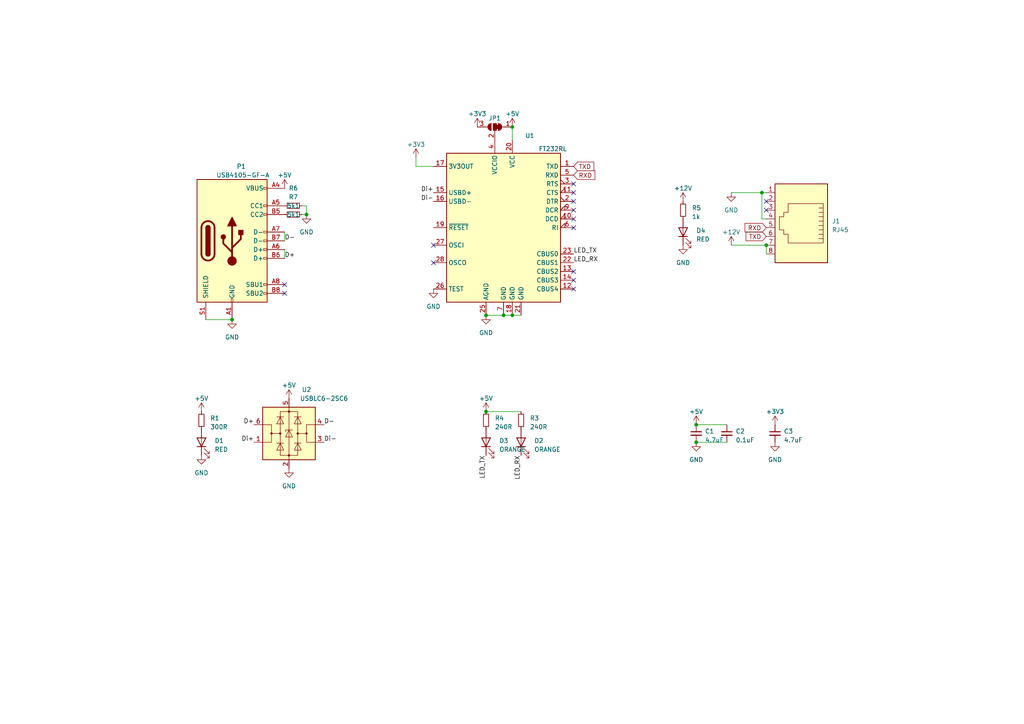
<source format=kicad_sch>
(kicad_sch (version 20230121) (generator eeschema)
  (paper "A4")
  (title_block (title "USBMOUNT01") (date "2021-04-18") (rev "01A") (company "AstroMeters"))
  (lib_symbols
    (symbol "Connector:RJ45" (pin_names (offset 1.016))
      (property "Reference" "J" (at -5.08 13.97 0))
      (property "Value" "RJ45" (at 2.54 13.97 0))
      (symbol "RJ45_0_1"
        (polyline (pts (xy -5.08 4.445) (xy -6.35 4.445)))
        (polyline (pts (xy -5.08 5.715) (xy -6.35 5.715)))
        (polyline (pts (xy -6.35 -3.175) (xy -5.08 -3.175) (xy -5.08 -3.175)))
        (polyline (pts (xy -6.35 -1.905) (xy -5.08 -1.905) (xy -5.08 -1.905)))
        (polyline (pts (xy -6.35 -0.635) (xy -5.08 -0.635) (xy -5.08 -0.635)))
        (polyline (pts (xy -6.35 0.635) (xy -5.08 0.635) (xy -5.08 0.635)))
        (polyline (pts (xy -6.35 1.905) (xy -5.08 1.905) (xy -5.08 1.905)))
        (polyline (pts (xy -5.08 3.175) (xy -6.35 3.175) (xy -6.35 3.175)))
        (polyline (pts (xy -6.35 -4.445) (xy -6.35 6.985) (xy 3.81 6.985) (xy 3.81 4.445) (xy 5.08 4.445) (xy 5.08 3.175) (xy 6.35 3.175) (xy 6.35 -0.635) (xy 5.08 -0.635) (xy 5.08 -1.905) (xy 3.81 -1.905) (xy 3.81 -4.445) (xy -6.35 -4.445) (xy -6.35 -4.445)))
        (rectangle (start 7.62 12.7) (end -7.62 -10.16) (stroke (width 0.254)) (fill (type background)))
      )
      (symbol "RJ45_1_1"
        (pin passive line (at 10.16 -7.62 180) (length 2.54) (name "~") (number "1"))
        (pin passive line (at 10.16 -5.08 180) (length 2.54) (name "~") (number "2"))
        (pin passive line (at 10.16 -2.54 180) (length 2.54) (name "~") (number "3"))
        (pin passive line (at 10.16 0 180) (length 2.54) (name "~") (number "4"))
        (pin passive line (at 10.16 2.54 180) (length 2.54) (name "~") (number "5"))
        (pin passive line (at 10.16 5.08 180) (length 2.54) (name "~") (number "6"))
        (pin passive line (at 10.16 7.62 180) (length 2.54) (name "~") (number "7"))
        (pin passive line (at 10.16 10.16 180) (length 2.54) (name "~") (number "8"))
      )
    )
    (symbol "Connector:USB_C_Receptacle_USB2.0" (pin_names (offset 1.016))
      (property "Reference" "J" (at -10.16 19.05 0))
      (property "Value" "USB_C_Receptacle_USB2.0" (at 19.05 19.05 0))
      (symbol "USB_C_Receptacle_USB2.0_0_0"
        (rectangle (start -0.254 -17.78) (end 0.254 -16.764))
        (rectangle (start 10.16 -14.986) (end 9.144 -15.494))
        (rectangle (start 10.16 -12.446) (end 9.144 -12.954))
        (rectangle (start 10.16 -4.826) (end 9.144 -5.334))
        (rectangle (start 10.16 -2.286) (end 9.144 -2.794))
        (rectangle (start 10.16 0.254) (end 9.144 -0.254))
        (rectangle (start 10.16 2.794) (end 9.144 2.286))
        (rectangle (start 10.16 7.874) (end 9.144 7.366))
        (rectangle (start 10.16 10.414) (end 9.144 9.906))
        (rectangle (start 10.16 15.494) (end 9.144 14.986))
      )
      (symbol "USB_C_Receptacle_USB2.0_0_1"
        (rectangle (start -10.16 17.78) (end 10.16 -17.78) (stroke (width 0.254)) (fill (type background)))
        (arc (start -8.89 -3.81) (mid -6.985 -5.7067) (end -5.08 -3.81) (stroke (width 0.508)))
        (arc (start -7.62 -3.81) (mid -6.985 -4.4423) (end -6.35 -3.81) (stroke (width 0.254)))
        (arc (start -7.62 -3.81) (mid -6.985 -4.4423) (end -6.35 -3.81) (stroke (width 0.254)) (fill (type outline)))
        (rectangle (start -7.62 -3.81) (end -6.35 3.81) (stroke (width 0.254)) (fill (type outline)))
        (arc (start -6.35 3.81) (mid -6.985 4.4423) (end -7.62 3.81) (stroke (width 0.254)))
        (arc (start -6.35 3.81) (mid -6.985 4.4423) (end -7.62 3.81) (stroke (width 0.254)) (fill (type outline)))
        (arc (start -5.08 3.81) (mid -6.985 5.7067) (end -8.89 3.81) (stroke (width 0.508)))
        (circle (center -2.54 1.143) (radius 0.635) (stroke (width 0.254)) (fill (type outline)))
        (circle (center 0 -5.842) (radius 1.27) (fill (type outline)))
        (polyline (pts (xy -8.89 -3.81) (xy -8.89 3.81)) (stroke (width 0.508)))
        (polyline (pts (xy -5.08 3.81) (xy -5.08 -3.81)) (stroke (width 0.508)))
        (polyline (pts (xy 0 -5.842) (xy 0 4.318)) (stroke (width 0.508)))
        (polyline (pts (xy 0 -3.302) (xy -2.54 -0.762) (xy -2.54 0.508)) (stroke (width 0.508)))
        (polyline (pts (xy 0 -2.032) (xy 2.54 0.508) (xy 2.54 1.778)) (stroke (width 0.508)))
        (polyline (pts (xy -1.27 4.318) (xy 0 6.858) (xy 1.27 4.318) (xy -1.27 4.318)) (stroke (width 0.254)) (fill (type outline)))
        (rectangle (start 1.905 1.778) (end 3.175 3.048) (stroke (width 0.254)) (fill (type outline)))
      )
      (symbol "USB_C_Receptacle_USB2.0_1_1"
        (pin passive line (at 0 -22.86 90) (length 5.08) (name "GND") (number "A1"))
        (pin passive line (at 0 -22.86 90) (length 5.08) hide (name "GND") (number "A12"))
        (pin passive line (at 15.24 15.24 180) (length 5.08) (name "VBUS") (number "A4"))
        (pin bidirectional line (at 15.24 10.16 180) (length 5.08) (name "CC1") (number "A5"))
        (pin bidirectional line (at 15.24 -2.54 180) (length 5.08) (name "D+") (number "A6"))
        (pin bidirectional line (at 15.24 2.54 180) (length 5.08) (name "D-") (number "A7"))
        (pin bidirectional line (at 15.24 -12.7 180) (length 5.08) (name "SBU1") (number "A8"))
        (pin passive line (at 15.24 15.24 180) (length 5.08) hide (name "VBUS") (number "A9"))
        (pin passive line (at 0 -22.86 90) (length 5.08) hide (name "GND") (number "B1"))
        (pin passive line (at 0 -22.86 90) (length 5.08) hide (name "GND") (number "B12"))
        (pin passive line (at 15.24 15.24 180) (length 5.08) hide (name "VBUS") (number "B4"))
        (pin bidirectional line (at 15.24 7.62 180) (length 5.08) (name "CC2") (number "B5"))
        (pin bidirectional line (at 15.24 -5.08 180) (length 5.08) (name "D+") (number "B6"))
        (pin bidirectional line (at 15.24 0 180) (length 5.08) (name "D-") (number "B7"))
        (pin bidirectional line (at 15.24 -15.24 180) (length 5.08) (name "SBU2") (number "B8"))
        (pin passive line (at 15.24 15.24 180) (length 5.08) hide (name "VBUS") (number "B9"))
        (pin passive line (at -7.62 -22.86 90) (length 5.08) (name "SHIELD") (number "S1"))
      )
    )
    (symbol "Device:C_Small" (pin_numbers hide) (pin_names (offset 0.254) hide)
      (property "Reference" "C" (at 0.254 1.778 0))
      (property "Value" "C_Small" (at 0.254 -2.032 0))
      (symbol "C_Small_0_1"
        (polyline (pts (xy -1.524 -0.508) (xy 1.524 -0.508)) (stroke (width 0.3302)))
        (polyline (pts (xy -1.524 0.508) (xy 1.524 0.508)) (stroke (width 0.3048)))
      )
      (symbol "C_Small_1_1"
        (pin passive line (at 0 2.54 270) (length 2.032) (name "~") (number "1"))
        (pin passive line (at 0 -2.54 90) (length 2.032) (name "~") (number "2"))
      )
    )
    (symbol "Device:LED" (pin_numbers hide) (pin_names (offset 1.016) hide)
      (property "Reference" "D" (at 0 2.54 0))
      (property "Value" "LED" (at 0 -2.54 0))
      (symbol "LED_0_1"
        (polyline (pts (xy -1.27 -1.27) (xy -1.27 1.27)) (stroke (width 0.254)))
        (polyline (pts (xy -1.27 0) (xy 1.27 0)))
        (polyline (pts (xy 1.27 -1.27) (xy 1.27 1.27) (xy -1.27 0) (xy 1.27 -1.27)) (stroke (width 0.254)))
        (polyline (pts (xy -3.048 -0.762) (xy -4.572 -2.286) (xy -3.81 -2.286) (xy -4.572 -2.286) (xy -4.572 -1.524)))
        (polyline (pts (xy -1.778 -0.762) (xy -3.302 -2.286) (xy -2.54 -2.286) (xy -3.302 -2.286) (xy -3.302 -1.524)))
      )
      (symbol "LED_1_1"
        (pin passive line (at -3.81 0 0) (length 2.54) (name "K") (number "1"))
        (pin passive line (at 3.81 0 180) (length 2.54) (name "A") (number "2"))
      )
    )
    (symbol "Device:R_Small" (pin_numbers hide) (pin_names (offset 0.254) hide)
      (property "Reference" "R" (at 0.762 0.508 0))
      (property "Value" "R_Small" (at 0.762 -1.016 0))
      (symbol "R_Small_0_1"
        (rectangle (start -0.762 1.778) (end 0.762 -1.778) (stroke (width 0.2032)))
      )
      (symbol "R_Small_1_1"
        (pin passive line (at 0 2.54 270) (length 0.762) (name "~") (number "1"))
        (pin passive line (at 0 -2.54 90) (length 0.762) (name "~") (number "2"))
      )
    )
    (symbol "Interface_USB:FT232RL"
      (property "Reference" "U" (at -16.51 22.86 0))
      (property "Value" "FT232RL" (at 10.16 22.86 0))
      (symbol "FT232RL_0_1"
        (rectangle (start -16.51 21.59) (end 16.51 -21.59) (stroke (width 0.254)) (fill (type background)))
      )
      (symbol "FT232RL_1_1"
        (pin output line (at 20.32 17.78 180) (length 3.81) (name "TXD") (number "1"))
        (pin input input_low (at 20.32 2.54 180) (length 3.81) (name "DCD") (number "10"))
        (pin input input_low (at 20.32 10.16 180) (length 3.81) (name "CTS") (number "11"))
        (pin bidirectional line (at 20.32 -17.78 180) (length 3.81) (name "CBUS4") (number "12"))
        (pin bidirectional line (at 20.32 -12.7 180) (length 3.81) (name "CBUS2") (number "13"))
        (pin bidirectional line (at 20.32 -15.24 180) (length 3.81) (name "CBUS3") (number "14"))
        (pin bidirectional line (at -20.32 10.16 0) (length 3.81) (name "USBD+") (number "15"))
        (pin bidirectional line (at -20.32 7.62 0) (length 3.81) (name "USBD-") (number "16"))
        (pin power_out line (at -20.32 17.78 0) (length 3.81) (name "3V3OUT") (number "17"))
        (pin power_in line (at 2.54 -25.4 90) (length 3.81) (name "GND") (number "18"))
        (pin input line (at -20.32 0 0) (length 3.81) (name "~{RESET}") (number "19"))
        (pin output output_low (at 20.32 7.62 180) (length 3.81) (name "DTR") (number "2"))
        (pin power_in line (at 2.54 25.4 270) (length 3.81) (name "VCC") (number "20"))
        (pin power_in line (at 5.08 -25.4 90) (length 3.81) (name "GND") (number "21"))
        (pin bidirectional line (at 20.32 -10.16 180) (length 3.81) (name "CBUS1") (number "22"))
        (pin bidirectional line (at 20.32 -7.62 180) (length 3.81) (name "CBUS0") (number "23"))
        (pin power_in line (at -5.08 -25.4 90) (length 3.81) (name "AGND") (number "25"))
        (pin input line (at -20.32 -17.78 0) (length 3.81) (name "TEST") (number "26"))
        (pin input line (at -20.32 -5.08 0) (length 3.81) (name "OSCI") (number "27"))
        (pin output line (at -20.32 -10.16 0) (length 3.81) (name "OSCO") (number "28"))
        (pin output output_low (at 20.32 12.7 180) (length 3.81) (name "RTS") (number "3"))
        (pin power_in line (at -2.54 25.4 270) (length 3.81) (name "VCCIO") (number "4"))
        (pin input line (at 20.32 15.24 180) (length 3.81) (name "RXD") (number "5"))
        (pin input input_low (at 20.32 0 180) (length 3.81) (name "RI") (number "6"))
        (pin power_in line (at 0 -25.4 90) (length 3.81) (name "GND") (number "7"))
        (pin input input_low (at 20.32 5.08 180) (length 3.81) (name "DCR") (number "9"))
      )
    )
    (symbol "Jumper:SolderJumper_3_Bridged12" (pin_names (offset 0) hide)
      (property "Reference" "JP" (at -2.54 -2.54 0))
      (property "Value" "SolderJumper_3_Bridged12" (at 0 2.794 0))
      (symbol "SolderJumper_3_Bridged12_0_1"
        (rectangle (start -1.016 0.508) (end -0.508 -0.508) (fill (type outline)))
        (arc (start -1.016 1.016) (mid -2.0276 0) (end -1.016 -1.016))
        (arc (start -1.016 1.016) (mid -2.0276 0) (end -1.016 -1.016) (fill (type outline)))
        (rectangle (start -0.508 1.016) (end 0.508 -1.016) (fill (type outline)))
        (polyline (pts (xy -2.54 0) (xy -2.032 0)))
        (polyline (pts (xy -1.016 1.016) (xy -1.016 -1.016)))
        (polyline (pts (xy 0 -1.27) (xy 0 -1.016)))
        (polyline (pts (xy 1.016 1.016) (xy 1.016 -1.016)))
        (polyline (pts (xy 2.54 0) (xy 2.032 0)))
        (arc (start 1.016 -1.016) (mid 2.0276 0) (end 1.016 1.016))
        (arc (start 1.016 -1.016) (mid 2.0276 0) (end 1.016 1.016) (fill (type outline)))
      )
      (symbol "SolderJumper_3_Bridged12_1_1"
        (pin passive line (at -5.08 0 0) (length 2.54) (name "A") (number "1"))
        (pin input line (at 0 -3.81 90) (length 2.54) (name "C") (number "2"))
        (pin passive line (at 5.08 0 180) (length 2.54) (name "B") (number "3"))
      )
    )
    (symbol "Power_Protection:USBLC6-2SC6" (pin_names hide)
      (property "Reference" "U" (at 2.54 8.89 0))
      (property "Value" "USBLC6-2SC6" (at 2.54 -8.89 0))
      (symbol "USBLC6-2SC6_0_1"
        (rectangle (start -7.62 -7.62) (end 7.62 7.62) (stroke (width 0.254)) (fill (type background)))
        (circle (center -5.08 0) (radius 0.254) (fill (type outline)))
        (circle (center -2.54 0) (radius 0.254) (fill (type outline)))
        (rectangle (start -2.54 6.35) (end 2.54 -6.35))
        (circle (center 0 -6.35) (radius 0.254) (fill (type outline)))
        (polyline (pts (xy -5.08 -2.54) (xy -7.62 -2.54)))
        (polyline (pts (xy -5.08 0) (xy -5.08 -2.54)))
        (polyline (pts (xy -5.08 2.54) (xy -7.62 2.54)))
        (polyline (pts (xy -1.524 -2.794) (xy -3.556 -2.794)))
        (polyline (pts (xy -1.524 4.826) (xy -3.556 4.826)))
        (polyline (pts (xy 0 -7.62) (xy 0 -6.35)))
        (polyline (pts (xy 0 -6.35) (xy 0 1.27)))
        (polyline (pts (xy 0 1.27) (xy 0 6.35)))
        (polyline (pts (xy 0 6.35) (xy 0 7.62)))
        (polyline (pts (xy 1.524 -2.794) (xy 3.556 -2.794)))
        (polyline (pts (xy 1.524 4.826) (xy 3.556 4.826)))
        (polyline (pts (xy 5.08 -2.54) (xy 7.62 -2.54)))
        (polyline (pts (xy 5.08 0) (xy 5.08 -2.54)))
        (polyline (pts (xy 5.08 2.54) (xy 7.62 2.54)))
        (polyline (pts (xy -2.54 0) (xy -5.08 0) (xy -5.08 2.54)))
        (polyline (pts (xy 2.54 0) (xy 5.08 0) (xy 5.08 2.54)))
        (polyline (pts (xy -3.556 -4.826) (xy -1.524 -4.826) (xy -2.54 -2.794) (xy -3.556 -4.826)))
        (polyline (pts (xy -3.556 2.794) (xy -1.524 2.794) (xy -2.54 4.826) (xy -3.556 2.794)))
        (polyline (pts (xy -1.016 -1.016) (xy 1.016 -1.016) (xy 0 1.016) (xy -1.016 -1.016)))
        (polyline (pts (xy 1.016 1.016) (xy 0.762 1.016) (xy -1.016 1.016) (xy -1.016 0.508)))
        (polyline (pts (xy 3.556 -4.826) (xy 1.524 -4.826) (xy 2.54 -2.794) (xy 3.556 -4.826)))
        (polyline (pts (xy 3.556 2.794) (xy 1.524 2.794) (xy 2.54 4.826) (xy 3.556 2.794)))
        (circle (center 0 6.35) (radius 0.254) (fill (type outline)))
        (circle (center 2.54 0) (radius 0.254) (fill (type outline)))
        (circle (center 5.08 0) (radius 0.254) (fill (type outline)))
      )
      (symbol "USBLC6-2SC6_1_1"
        (pin passive line (at -10.16 -2.54 0) (length 2.54) (name "I/O1") (number "1"))
        (pin passive line (at 0 -10.16 90) (length 2.54) (name "GND") (number "2"))
        (pin passive line (at 10.16 -2.54 180) (length 2.54) (name "I/O2") (number "3"))
        (pin passive line (at 10.16 2.54 180) (length 2.54) (name "I/O2") (number "4"))
        (pin passive line (at 0 10.16 270) (length 2.54) (name "VBUS") (number "5"))
        (pin passive line (at -10.16 2.54 0) (length 2.54) (name "I/O1") (number "6"))
      )
    )
    (symbol "power:+12V" (power) (pin_names (offset 0))
      (property "Value" "+12V" (at 0 3.556 0))
      (symbol "+12V_0_1"
        (polyline (pts (xy -0.762 1.27) (xy 0 2.54)))
        (polyline (pts (xy 0 0) (xy 0 2.54)))
        (polyline (pts (xy 0 2.54) (xy 0.762 1.27)))
      )
      (symbol "+12V_1_1"
        (pin power_in line (at 0 0 90) (length 0) hide (name "+12V") (number "1"))
      )
    )
    (symbol "power:+3.3V" (power) (pin_names (offset 0))
      (property "Value" "+3.3V" (at 0 3.556 0))
      (symbol "+3.3V_0_1"
        (polyline (pts (xy -0.762 1.27) (xy 0 2.54)))
        (polyline (pts (xy 0 0) (xy 0 2.54)))
        (polyline (pts (xy 0 2.54) (xy 0.762 1.27)))
      )
      (symbol "+3.3V_1_1"
        (pin power_in line (at 0 0 90) (length 0) hide (name "+3V3") (number "1"))
      )
    )
    (symbol "power:+5V" (power) (pin_names (offset 0))
      (property "Value" "+5V" (at 0 3.556 0))
      (symbol "+5V_0_1"
        (polyline (pts (xy -0.762 1.27) (xy 0 2.54)))
        (polyline (pts (xy 0 0) (xy 0 2.54)))
        (polyline (pts (xy 0 2.54) (xy 0.762 1.27)))
      )
      (symbol "+5V_1_1"
        (pin power_in line (at 0 0 90) (length 0) hide (name "+5V") (number "1"))
      )
    )
    (symbol "power:GND" (power) (pin_names (offset 0))
      (property "Value" "GND" (at 0 -3.81 0))
      (symbol "GND_0_1"
        (polyline (pts (xy 0 0) (xy 0 -1.27) (xy 1.27 -1.27) (xy 0 -2.54) (xy -1.27 -1.27) (xy 0 -1.27)))
      )
      (symbol "GND_1_1"
        (pin power_in line (at 0 0 270) (length 0) hide (name "GND") (number "1"))
      )
    )
  )
  (junction (at 88.9 62.23) (diameter 0.9144))
  (junction (at 222.25 71.12) (diameter 0.9144))
  (junction (at 67.31 92.71) (diameter 0.9144))
  (junction (at 140.97 119.38) (diameter 0.9144))
  (junction (at 201.93 123.19) (diameter 0.9144))
  (junction (at 220.98 55.88) (diameter 0.9144))
  (junction (at 140.97 91.44) (diameter 0.9144))
  (junction (at 148.59 91.44) (diameter 0.9144))
  (junction (at 148.59 36.83) (diameter 0.9144))
  (junction (at 201.93 128.27) (diameter 0.9144))
  (junction (at 146.05 91.44) (diameter 0.9144))
  (no_connect (at 166.37 66.04))
  (no_connect (at 125.73 71.12))
  (no_connect (at 166.37 81.28))
  (no_connect (at 166.37 55.88))
  (no_connect (at 222.25 58.42))
  (no_connect (at 82.55 85.09))
  (no_connect (at 166.37 63.5))
  (no_connect (at 166.37 60.96))
  (no_connect (at 125.73 76.2))
  (no_connect (at 222.25 60.96))
  (no_connect (at 166.37 83.82))
  (no_connect (at 166.37 53.34))
  (no_connect (at 166.37 78.74))
  (no_connect (at 82.55 82.55))
  (no_connect (at 166.37 58.42))
  (wire (pts (xy 148.59 36.83) (xy 148.59 40.64)))
  (wire (pts (xy 87.63 59.69) (xy 88.9 59.69)))
  (wire (pts (xy 88.9 62.23) (xy 88.9 59.69)))
  (wire (pts (xy 87.63 62.23) (xy 88.9 62.23)))
  (wire (pts (xy 220.98 55.88) (xy 222.25 55.88)))
  (wire (pts (xy 220.98 63.5) (xy 220.98 55.88)))
  (wire (pts (xy 222.25 63.5) (xy 220.98 63.5)))
  (wire (pts (xy 140.97 119.38) (xy 151.13 119.38)))
  (wire (pts (xy 82.55 72.39) (xy 82.55 74.93)))
  (wire (pts (xy 212.09 55.88) (xy 220.98 55.88)))
  (wire (pts (xy 201.93 123.19) (xy 210.82 123.19)))
  (wire (pts (xy 212.09 71.12) (xy 222.25 71.12)))
  (wire (pts (xy 120.65 45.72) (xy 120.65 48.26)))
  (wire (pts (xy 82.55 69.85) (xy 82.55 67.31)))
  (wire (pts (xy 201.93 128.27) (xy 210.82 128.27)))
  (wire (pts (xy 120.65 48.26) (xy 125.73 48.26)))
  (wire (pts (xy 222.25 71.12) (xy 222.25 73.66)))
  (wire (pts (xy 59.69 92.71) (xy 67.31 92.71)))
  (wire (pts (xy 140.97 91.44) (xy 146.05 91.44)))
  (wire (pts (xy 146.05 91.44) (xy 148.59 91.44)))
  (wire (pts (xy 148.59 91.44) (xy 151.13 91.44)))
  (label "D-" (at 93.98 123.19 0))
  (label "LED_TX" (at 140.97 132.08 270))
  (label "D+" (at 73.66 123.19 180))
  (label "Di+" (at 73.66 128.27 180))
  (label "D-" (at 82.55 69.85 0))
  (label "Di-" (at 125.73 58.42 180))
  (label "D+" (at 82.55 74.93 0))
  (label "Di-" (at 93.98 128.27 0))
  (label "LED_TX" (at 166.37 73.66 0))
  (label "LED_RX" (at 166.37 76.2 0))
  (label "LED_RX" (at 151.13 132.08 270))
  (label "Di+" (at 125.73 55.88 180))
  (global_label "RXD" (shape input) (at 166.37 50.8 0) (property "Intersheetrefs" "${INTERSHEET_REFS}" (effects hide)))
  (global_label "TXD" (shape input) (at 166.37 48.26 0) (property "Intersheetrefs" "${INTERSHEET_REFS}" (effects hide)))
  (global_label "TXD" (shape input) (at 222.25 68.58 180) (property "Intersheetrefs" "${INTERSHEET_REFS}" (effects hide)))
  (global_label "RXD" (shape input) (at 222.25 66.04 180) (property "Intersheetrefs" "${INTERSHEET_REFS}" (effects hide)))
  (symbol (lib_id "Device:C_Small") (at 201.93 125.73 0) (unit 1)
    (property "Reference" "C1" (at 204.47 125.0949 0) (effects (justify left)))
    (property "Value" "4.7uF" (at 204.47 127.6349 0) (effects (justify left)))
    (property "Footprint" "Capacitor_SMD:C_0805_2012Metric_Pad1.18x1.45mm_HandSolder" (effects hide))
    (property "LCSC" "C1623" (effects hide))
  )
  (symbol (lib_id "power:+5V") (at 201.93 123.19 0) (unit 1)
    (property "Reference" "#PWR06" (effects hide))
    (property "Value" "+5V" (at 201.93 119.38 0))
  )
  (symbol (lib_id "power:GND") (at 198.12 71.12 0) (unit 1)
    (property "Reference" "#PWR016" (effects hide))
    (property "Value" "GND" (at 198.12 76.2 0))
  )
  (symbol (lib_id "Device:R_Small") (at 151.13 121.92 0) (unit 1)
    (property "Reference" "R3" (at 153.67 121.2849 0) (effects (justify left)))
    (property "Value" "240R" (at 153.67 123.8249 0) (effects (justify left)))
    (property "Footprint" "Resistor_SMD:R_0805_2012Metric_Pad1.20x1.40mm_HandSolder" (effects hide))
    (property "LCSC" "C17572" (effects hide))
  )
  (symbol (lib_id "Power_Protection:USBLC6-2SC6") (at 83.82 125.73 0) (unit 1)
    (property "Reference" "U2" (at 88.9 113.03 0))
    (property "Value" "USBLC6-2SC6" (at 93.98 115.57 0))
    (property "Footprint" "Package_TO_SOT_SMD:SOT-23-6" (effects hide))
    (property "Datasheet" "https://www.st.com/resource/en/datasheet/usblc6-2.pdf" (effects hide))
    (property "LCSC" "C7519" (effects hide))
  )
  (symbol (lib_id "power:GND") (at 83.82 135.89 0) (unit 1)
    (property "Reference" "#PWR019" (effects hide))
    (property "Value" "GND" (at 83.82 140.97 0))
  )
  (symbol (lib_id "power:+3.3V") (at 224.79 123.19 0) (unit 1)
    (property "Reference" "#PWR010" (effects hide))
    (property "Value" "+3.3V" (at 224.79 119.38 0))
  )
  (symbol (lib_id "power:+12V") (at 212.09 71.12 0) (unit 1)
    (property "Reference" "#PWR014" (effects hide))
    (property "Value" "+12V" (at 212.09 67.31 0))
  )
  (symbol (lib_id "Device:LED") (at 151.13 128.27 90) (unit 1)
    (property "Reference" "D2" (at 154.94 127.8254 90) (effects (justify right)))
    (property "Value" "ORANGE" (at 154.94 130.3654 90) (effects (justify right)))
    (property "Footprint" "LED_SMD:LED_1206_3216Metric_ReverseMount_Hole1.8x2.4mm" (effects hide))
  )
  (symbol (lib_id "Jumper:SolderJumper_3_Bridged12") (at 143.51 36.83 0) (mirror y) (unit 1)
    (property "Reference" "JP1" (at 143.51 34.29 0))
    (property "Value" "SolderJumper_3_Bridged12" (effects hide))
    (property "Footprint" "Jumper:SolderJumper-3_P1.3mm_Bridged12_RoundedPad1.0x1.5mm" (effects hide))
  )
  (symbol (lib_id "Device:C_Small") (at 224.79 125.73 0) (unit 1)
    (property "Reference" "C3" (at 227.33 125.0949 0) (effects (justify left)))
    (property "Value" "4.7uF" (at 227.33 127.6349 0) (effects (justify left)))
    (property "Footprint" "Capacitor_SMD:C_0805_2012Metric_Pad1.18x1.45mm_HandSolder" (effects hide))
    (property "LCSC" "C1623" (effects hide))
  )
  (symbol (lib_id "Device:LED") (at 140.97 128.27 90) (unit 1)
    (property "Reference" "D3" (at 144.78 127.8254 90) (effects (justify right)))
    (property "Value" "ORANGE" (at 144.78 130.3654 90) (effects (justify right)))
    (property "Footprint" "LED_SMD:LED_1206_3216Metric_ReverseMount_Hole1.8x2.4mm" (effects hide))
  )
  (symbol (lib_id "Device:C_Small") (at 210.82 125.73 0) (unit 1)
    (property "Reference" "C2" (at 213.36 125.0949 0) (effects (justify left)))
    (property "Value" "0.1uF" (at 213.36 127.6349 0) (effects (justify left)))
    (property "Footprint" "Capacitor_SMD:C_0805_2012Metric_Pad1.18x1.45mm_HandSolder" (effects hide))
    (property "LCSC" "C1525" (effects hide))
  )
  (symbol (lib_id "Connector:RJ45") (at 232.41 63.5 180) (unit 1)
    (property "Reference" "J1" (at 241.3 64.1349 0) (effects (justify right)))
    (property "Value" "RJ45" (at 241.3 66.6749 0) (effects (justify right)))
    (property "Footprint" "Connector_RJ:RJ45_OST_PJ012-8P8CX_Vertical" (effects hide))
  )
  (symbol (lib_id "Interface_USB:FT232RL") (at 146.05 66.04 0) (unit 1)
    (property "Reference" "U1" (at 153.67 39.37 0))
    (property "Value" "FT232RL" (at 156.21 43.18 0) (effects (justify left)))
    (property "Footprint" "Package_SO:SSOP-28_5.3x10.2mm_P0.65mm" (effects hide))
    (property "Datasheet" "https://www.ftdichip.com/Support/Documents/DataSheets/ICs/DS_FT232R.pdf" (effects hide))
    (property "LCSC" "C8690" (effects hide))
  )
  (symbol (lib_id "Device:LED") (at 58.42 128.27 90) (unit 1)
    (property "Reference" "D1" (at 62.23 127.8254 90) (effects (justify right)))
    (property "Value" "RED" (at 62.23 130.3654 90) (effects (justify right)))
    (property "Footprint" "LED_SMD:LED_1206_3216Metric_ReverseMount_Hole1.8x2.4mm" (effects hide))
  )
  (symbol (lib_id "Device:R_Small") (at 140.97 121.92 0) (unit 1)
    (property "Reference" "R4" (at 143.51 121.2849 0) (effects (justify left)))
    (property "Value" "240R" (at 143.51 123.8249 0) (effects (justify left)))
    (property "Footprint" "Resistor_SMD:R_0805_2012Metric_Pad1.20x1.40mm_HandSolder" (effects hide))
    (property "LCSC" "C17572" (effects hide))
  )
  (symbol (lib_id "power:GND") (at 212.09 55.88 0) (unit 1)
    (property "Reference" "#PWR013" (effects hide))
    (property "Value" "GND" (at 212.09 60.96 0))
  )
  (symbol (lib_id "Device:R_Small") (at 85.09 62.23 90) (unit 1)
    (property "Reference" "R7" (at 85.09 57.15 90))
    (property "Value" "5k1" (at 85.09 62.23 90))
    (property "Footprint" "Resistor_SMD:R_0805_2012Metric_Pad1.20x1.40mm_HandSolder" (effects hide))
    (property "LCSC" "C27834" (effects hide))
  )
  (symbol (lib_id "power:+5V") (at 140.97 119.38 0) (unit 1)
    (property "Reference" "#PWR0101" (effects hide))
    (property "Value" "+5V" (at 140.97 115.57 0))
  )
  (symbol (lib_id "power:GND") (at 88.9 62.23 0) (unit 1)
    (property "Reference" "#PWR017" (effects hide))
    (property "Value" "GND" (at 88.9 67.31 0))
  )
  (symbol (lib_id "power:+3.3V") (at 120.65 45.72 0) (unit 1)
    (property "Reference" "#PWR08" (effects hide))
    (property "Value" "+3.3V" (at 120.65 41.91 0))
  )
  (symbol (lib_id "Device:R_Small") (at 85.09 59.69 90) (unit 1)
    (property "Reference" "R6" (at 85.09 54.61 90))
    (property "Value" "5k1" (at 85.09 59.69 90))
    (property "Footprint" "Resistor_SMD:R_0805_2012Metric_Pad1.20x1.40mm_HandSolder" (effects hide))
    (property "LCSC" "C27834" (effects hide))
  )
  (symbol (lib_id "Device:LED") (at 198.12 67.31 90) (unit 1)
    (property "Reference" "D4" (at 201.93 66.8654 90) (effects (justify right)))
    (property "Value" "RED" (at 201.93 69.4054 90) (effects (justify right)))
    (property "Footprint" "LED_SMD:LED_1206_3216Metric_ReverseMount_Hole1.8x2.4mm" (effects hide))
  )
  (symbol (lib_id "power:GND") (at 201.93 128.27 0) (unit 1)
    (property "Reference" "#PWR07" (effects hide))
    (property "Value" "GND" (at 201.93 133.35 0))
  )
  (symbol (lib_id "power:+5V") (at 82.55 54.61 0) (unit 1)
    (property "Reference" "#PWR02" (effects hide))
    (property "Value" "+5V" (at 82.55 50.8 0))
  )
  (symbol (lib_id "Device:R_Small") (at 198.12 60.96 0) (unit 1)
    (property "Reference" "R5" (at 200.66 60.3249 0) (effects (justify left)))
    (property "Value" "1k" (at 200.66 62.8649 0) (effects (justify left)))
    (property "Footprint" "Resistor_SMD:R_0805_2012Metric_Pad1.20x1.40mm_HandSolder" (effects hide))
    (property "LCSC" "C17513" (effects hide))
  )
  (symbol (lib_id "power:GND") (at 224.79 128.27 0) (unit 1)
    (property "Reference" "#PWR011" (effects hide))
    (property "Value" "GND" (at 224.79 133.35 0))
  )
  (symbol (lib_id "Device:R_Small") (at 58.42 121.92 0) (unit 1)
    (property "Reference" "R1" (at 60.96 121.2849 0) (effects (justify left)))
    (property "Value" "300R" (at 60.96 123.8249 0) (effects (justify left)))
    (property "Footprint" "Resistor_SMD:R_0805_2012Metric_Pad1.20x1.40mm_HandSolder" (effects hide))
    (property "LCSC" "C17617" (effects hide))
  )
  (symbol (lib_id "power:GND") (at 125.73 83.82 0) (unit 1)
    (property "Reference" "#PWR0102" (effects hide))
    (property "Value" "GND" (at 125.73 88.9 0))
  )
  (symbol (lib_id "power:+5V") (at 83.82 115.57 0) (unit 1)
    (property "Reference" "#PWR018" (effects hide))
    (property "Value" "+5V" (at 83.82 111.76 0))
  )
  (symbol (lib_id "power:+5V") (at 58.42 119.38 0) (unit 1)
    (property "Reference" "#PWR03" (effects hide))
    (property "Value" "+5V" (at 58.42 115.57 0))
  )
  (symbol (lib_id "Connector:USB_C_Receptacle_USB2.0") (at 67.31 69.85 0) (unit 1)
    (property "Reference" "P1" (at 69.977 48.26 0))
    (property "Value" " USB4105-GF-A" (at 69.977 50.8 0))
    (property "Footprint" "Connector_USB:USB_C_Receptacle_Palconn_UTC16-G" (effects hide))
    (property "Datasheet" "https://gct.co/files/drawings/usb4105.pdf" (effects hide))
    (property "digikey" " 2073-USB4105-GF-ACT-ND" (effects hide))
  )
  (symbol (lib_id "power:GND") (at 140.97 91.44 0) (unit 1)
    (property "Reference" "#PWR09" (effects hide))
    (property "Value" "GND" (at 140.97 96.52 0))
  )
  (symbol (lib_id "power:GND") (at 67.31 92.71 0) (unit 1)
    (property "Reference" "#PWR01" (effects hide))
    (property "Value" "GND" (at 67.31 97.79 0))
  )
  (symbol (lib_id "power:GND") (at 58.42 132.08 0) (unit 1)
    (property "Reference" "#PWR04" (effects hide))
    (property "Value" "GND" (at 58.42 137.16 0))
  )
  (symbol (lib_id "power:+12V") (at 198.12 58.42 0) (unit 1)
    (property "Reference" "#PWR015" (effects hide))
    (property "Value" "+12V" (at 198.12 54.61 0))
  )
  (symbol (lib_id "power:+3.3V") (at 138.43 36.83 0) (unit 1)
    (property "Reference" "#PWR05" (effects hide))
    (property "Value" "+3.3V" (at 138.43 33.02 0))
  )
  (symbol (lib_id "power:+5V") (at 148.59 36.83 0) (unit 1)
    (property "Reference" "#PWR0103" (effects hide))
    (property "Value" "+5V" (at 148.59 33.02 0))
  )
)
</source>
